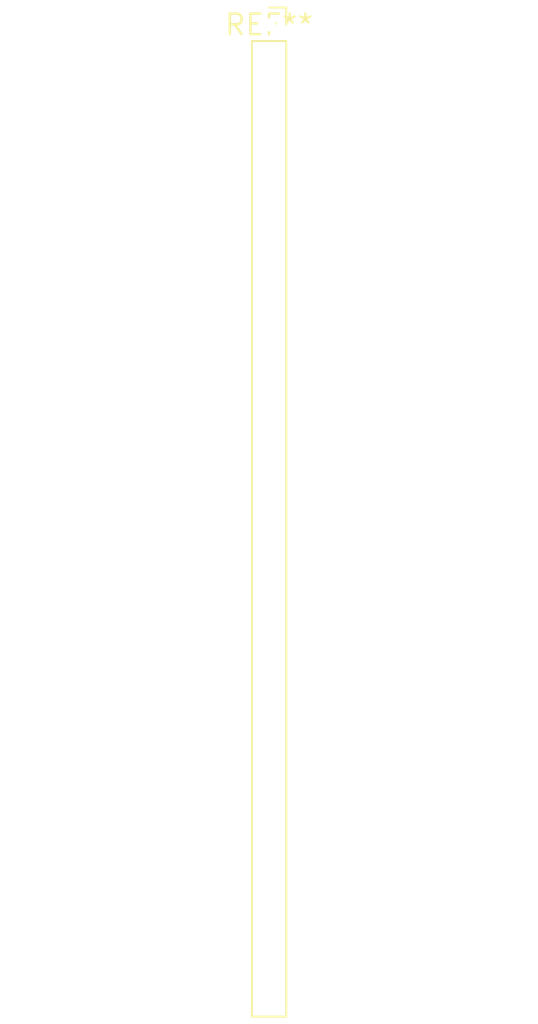
<source format=kicad_pcb>
(kicad_pcb (version 20240108) (generator pcbnew)
  (layers (0 "F.Cu" signal) (31 "B.Cu" signal) (34 "B.Paste" user) (35 "F.Paste" user) (36 "B.SilkS" user "B.Silkscreen") (37 "F.SilkS" user "F.Silkscreen") (38 "B.Mask" user) (39 "F.Mask" user) (44 "Edge.Cuts" user))
  (net 0 "")
  (footprint "PinSocket_1x31_P2.00mm_Vertical" (layer "F.Cu") (at 0 0)
    (property "Reference" "REF**")
    (property "Value" "PinSocket_1x31_P2.00mm_Vertical")
    (fp_line (start -1.06 1) (end -1.06 61.06) (layer "F.SilkS") (stroke (width 0.12)))
    (fp_line (start -1.06 1) (end 1.06 1) (layer "F.SilkS") (stroke (width 0.12)))
    (fp_line (start -1.06 61.06) (end 1.06 61.06) (layer "F.SilkS") (stroke (width 0.12)))
    (fp_line (start 0 -1.06) (end 1.06 -1.06) (layer "F.SilkS") (stroke (width 0.12)))
    (fp_line (start 1.06 -1.06) (end 1.06 0) (layer "F.SilkS") (stroke (width 0.12)))
    (fp_line (start 1.06 1) (end 1.06 61.06) (layer "F.SilkS") (stroke (width 0.12)))
    (pad "1" thru_hole rect (at 0 0) (size 1.35 1.35) (drill 0.8) (layers *.Cu *.Mask) (remove_unused_layers))
    (pad "2" thru_hole oval (at 0 2) (size 1.35 1.35) (drill 0.8) (layers *.Cu *.Mask) (remove_unused_layers))
    (pad "3" thru_hole oval (at 0 4) (size 1.35 1.35) (drill 0.8) (layers *.Cu *.Mask) (remove_unused_layers))
    (pad "4" thru_hole oval (at 0 6) (size 1.35 1.35) (drill 0.8) (layers *.Cu *.Mask) (remove_unused_layers))
    (pad "5" thru_hole oval (at 0 8) (size 1.35 1.35) (drill 0.8) (layers *.Cu *.Mask) (remove_unused_layers))
    (pad "6" thru_hole oval (at 0 10) (size 1.35 1.35) (drill 0.8) (layers *.Cu *.Mask) (remove_unused_layers))
    (pad "7" thru_hole oval (at 0 12) (size 1.35 1.35) (drill 0.8) (layers *.Cu *.Mask) (remove_unused_layers))
    (pad "8" thru_hole oval (at 0 14) (size 1.35 1.35) (drill 0.8) (layers *.Cu *.Mask) (remove_unused_layers))
    (pad "9" thru_hole oval (at 0 16) (size 1.35 1.35) (drill 0.8) (layers *.Cu *.Mask) (remove_unused_layers))
    (pad "10" thru_hole oval (at 0 18) (size 1.35 1.35) (drill 0.8) (layers *.Cu *.Mask) (remove_unused_layers))
    (pad "11" thru_hole oval (at 0 20) (size 1.35 1.35) (drill 0.8) (layers *.Cu *.Mask) (remove_unused_layers))
    (pad "12" thru_hole oval (at 0 22) (size 1.35 1.35) (drill 0.8) (layers *.Cu *.Mask) (remove_unused_layers))
    (pad "13" thru_hole oval (at 0 24) (size 1.35 1.35) (drill 0.8) (layers *.Cu *.Mask) (remove_unused_layers))
    (pad "14" thru_hole oval (at 0 26) (size 1.35 1.35) (drill 0.8) (layers *.Cu *.Mask) (remove_unused_layers))
    (pad "15" thru_hole oval (at 0 28) (size 1.35 1.35) (drill 0.8) (layers *.Cu *.Mask) (remove_unused_layers))
    (pad "16" thru_hole oval (at 0 30) (size 1.35 1.35) (drill 0.8) (layers *.Cu *.Mask) (remove_unused_layers))
    (pad "17" thru_hole oval (at 0 32) (size 1.35 1.35) (drill 0.8) (layers *.Cu *.Mask) (remove_unused_layers))
    (pad "18" thru_hole oval (at 0 34) (size 1.35 1.35) (drill 0.8) (layers *.Cu *.Mask) (remove_unused_layers))
    (pad "19" thru_hole oval (at 0 36) (size 1.35 1.35) (drill 0.8) (layers *.Cu *.Mask) (remove_unused_layers))
    (pad "20" thru_hole oval (at 0 38) (size 1.35 1.35) (drill 0.8) (layers *.Cu *.Mask) (remove_unused_layers))
    (pad "21" thru_hole oval (at 0 40) (size 1.35 1.35) (drill 0.8) (layers *.Cu *.Mask) (remove_unused_layers))
    (pad "22" thru_hole oval (at 0 42) (size 1.35 1.35) (drill 0.8) (layers *.Cu *.Mask) (remove_unused_layers))
    (pad "23" thru_hole oval (at 0 44) (size 1.35 1.35) (drill 0.8) (layers *.Cu *.Mask) (remove_unused_layers))
    (pad "24" thru_hole oval (at 0 46) (size 1.35 1.35) (drill 0.8) (layers *.Cu *.Mask) (remove_unused_layers))
    (pad "25" thru_hole oval (at 0 48) (size 1.35 1.35) (drill 0.8) (layers *.Cu *.Mask) (remove_unused_layers))
    (pad "26" thru_hole oval (at 0 50) (size 1.35 1.35) (drill 0.8) (layers *.Cu *.Mask) (remove_unused_layers))
    (pad "27" thru_hole oval (at 0 52) (size 1.35 1.35) (drill 0.8) (layers *.Cu *.Mask) (remove_unused_layers))
    (pad "28" thru_hole oval (at 0 54) (size 1.35 1.35) (drill 0.8) (layers *.Cu *.Mask) (remove_unused_layers))
    (pad "29" thru_hole oval (at 0 56) (size 1.35 1.35) (drill 0.8) (layers *.Cu *.Mask) (remove_unused_layers))
    (pad "30" thru_hole oval (at 0 58) (size 1.35 1.35) (drill 0.8) (layers *.Cu *.Mask) (remove_unused_layers))
    (pad "31" thru_hole oval (at 0 60) (size 1.35 1.35) (drill 0.8) (layers *.Cu *.Mask) (remove_unused_layers))
  )
)
</source>
